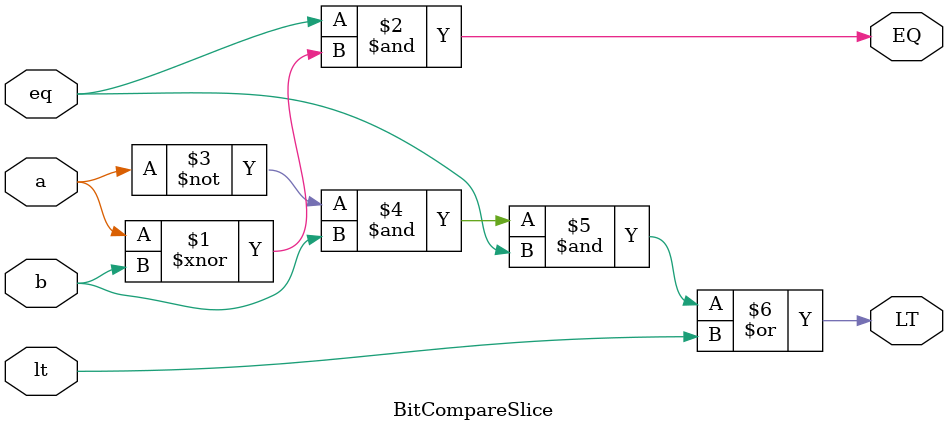
<source format=sv>
`timescale 1ns/1ns
module BitCompareSlice(input a, input b, input eq, input lt, output EQ, output LT);
	assign #(25,29) EQ = eq & (a ~^ b);
	assign #(27,30) LT = ((~a) & b & eq) | lt;
endmodule

</source>
